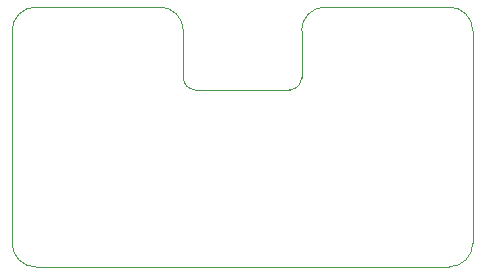
<source format=gm1>
%TF.GenerationSoftware,KiCad,Pcbnew,(5.1.9)-1*%
%TF.CreationDate,2021-08-22T22:08:55+09:00*%
%TF.ProjectId,negcon_converter,6e656763-6f6e-45f6-936f-6e7665727465,rev?*%
%TF.SameCoordinates,Original*%
%TF.FileFunction,Profile,NP*%
%FSLAX46Y46*%
G04 Gerber Fmt 4.6, Leading zero omitted, Abs format (unit mm)*
G04 Created by KiCad (PCBNEW (5.1.9)-1) date 2021-08-22 22:08:55*
%MOMM*%
%LPD*%
G01*
G04 APERTURE LIST*
%TA.AperFunction,Profile*%
%ADD10C,0.100000*%
%TD*%
G04 APERTURE END LIST*
D10*
X90500000Y-109000000D02*
X90500000Y-91000000D01*
X129500000Y-91000000D02*
X129500000Y-109000000D01*
X115000000Y-95000000D02*
G75*
G02*
X114000000Y-96000000I-1000000J0D01*
G01*
X105000000Y-95000000D02*
G75*
G03*
X106000000Y-96000000I1000000J0D01*
G01*
X105000000Y-95000000D02*
X105000000Y-91000000D01*
X114000000Y-96000000D02*
X106000000Y-96000000D01*
X115000000Y-91000000D02*
X115000000Y-95000000D01*
X127500000Y-89000000D02*
X117000000Y-89000000D01*
X117000000Y-89000000D02*
G75*
G03*
X115000000Y-91000000I0J-2000000D01*
G01*
X103000000Y-89000000D02*
G75*
G02*
X105000000Y-91000000I0J-2000000D01*
G01*
X90500000Y-109000000D02*
G75*
G03*
X92500000Y-111000000I2000000J0D01*
G01*
X129500000Y-109000000D02*
G75*
G02*
X127500000Y-111000000I-2000000J0D01*
G01*
X92500000Y-111000000D02*
X127500000Y-111000000D01*
X90500000Y-91000000D02*
G75*
G02*
X92500000Y-89000000I2000000J0D01*
G01*
X103000000Y-89000000D02*
X92500000Y-89000000D01*
X129500000Y-91000000D02*
G75*
G03*
X127500000Y-89000000I-2000000J0D01*
G01*
M02*

</source>
